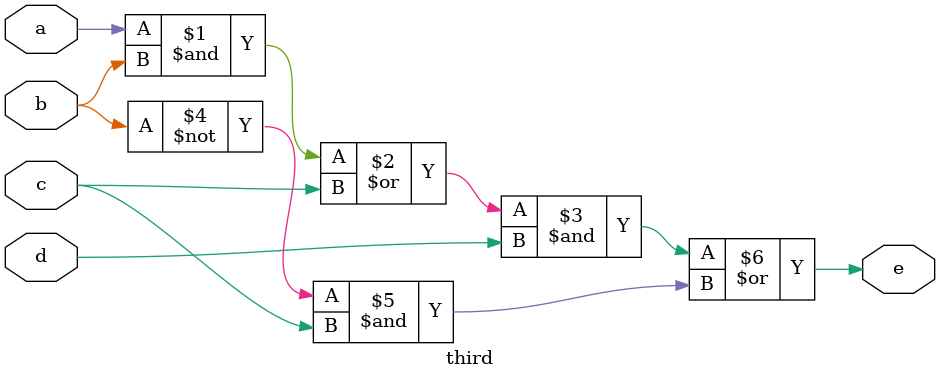
<source format=v>
module first(e, a, b, c, d);
    input a, b, c, d;
    output e;
    assign e = (a | ~b) & (~c) & (c | d);
endmodule

module second(e, a, b, c, d);
    input a, b, c, d;
    output e;
    assign e = ((~c & d) | (b & c & d) | (c & ~d)) & (~a | b);
endmodule

module third(e, a, b, c, d);
    input a, b, c, d;
    output e;
    assign e = ((a & b | c) & d) | (~b & c);
endmodule
		
</source>
